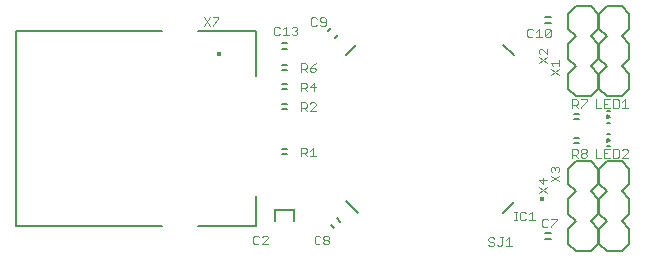
<source format=gbr>
G04 EAGLE Gerber X2 export*
G75*
%MOMM*%
%FSLAX34Y34*%
%LPD*%
%AMOC8*
5,1,8,0,0,1.08239X$1,22.5*%
G01*
%ADD10C,0.127000*%
%ADD11C,0.400000*%
%ADD12C,0.076200*%
%ADD13R,1.540000X0.250000*%


D10*
X153420Y187550D02*
X202950Y187550D01*
X202950Y22450D02*
X153420Y22450D01*
X122940Y187550D02*
X-250Y187550D01*
X-250Y22450D01*
X122940Y22450D01*
X202950Y149450D02*
X202950Y187550D01*
X202950Y47850D02*
X202950Y22450D01*
D11*
X171200Y168500D03*
D12*
X163496Y191881D02*
X158581Y199253D01*
X163496Y199253D02*
X158581Y191881D01*
X166065Y199253D02*
X170980Y199253D01*
X170980Y198025D01*
X166065Y193110D01*
X166065Y191881D01*
D10*
X224804Y83260D02*
X229196Y83260D01*
X229196Y87740D02*
X224804Y87740D01*
D12*
X241031Y88873D02*
X241031Y81501D01*
X241031Y88873D02*
X244717Y88873D01*
X245946Y87645D01*
X245946Y85187D01*
X244717Y83958D01*
X241031Y83958D01*
X243488Y83958D02*
X245946Y81501D01*
X248515Y86416D02*
X250973Y88873D01*
X250973Y81501D01*
X253430Y81501D02*
X248515Y81501D01*
D10*
X229196Y121760D02*
X224804Y121760D01*
X224804Y126240D02*
X229196Y126240D01*
D12*
X241031Y127373D02*
X241031Y120001D01*
X241031Y127373D02*
X244717Y127373D01*
X245946Y126145D01*
X245946Y123687D01*
X244717Y122458D01*
X241031Y122458D01*
X243488Y122458D02*
X245946Y120001D01*
X248515Y120001D02*
X253430Y120001D01*
X248515Y120001D02*
X253430Y124916D01*
X253430Y126145D01*
X252201Y127373D01*
X249744Y127373D01*
X248515Y126145D01*
D10*
X229196Y138260D02*
X224804Y138260D01*
X224804Y142740D02*
X229196Y142740D01*
D12*
X241031Y143873D02*
X241031Y136501D01*
X241031Y143873D02*
X244717Y143873D01*
X245946Y142645D01*
X245946Y140187D01*
X244717Y138958D01*
X241031Y138958D01*
X243488Y138958D02*
X245946Y136501D01*
X252201Y136501D02*
X252201Y143873D01*
X248515Y140187D01*
X253430Y140187D01*
D10*
X229196Y154760D02*
X224804Y154760D01*
X224804Y159240D02*
X229196Y159240D01*
D12*
X241031Y160373D02*
X241031Y153001D01*
X241031Y160373D02*
X244717Y160373D01*
X245946Y159145D01*
X245946Y156687D01*
X244717Y155458D01*
X241031Y155458D01*
X243488Y155458D02*
X245946Y153001D01*
X250973Y159145D02*
X253430Y160373D01*
X250973Y159145D02*
X248515Y156687D01*
X248515Y154230D01*
X249744Y153001D01*
X252201Y153001D01*
X253430Y154230D01*
X253430Y155458D01*
X252201Y156687D01*
X248515Y156687D01*
D10*
X271347Y29041D02*
X274041Y26347D01*
X268653Y20959D02*
X265959Y23653D01*
D12*
X256067Y14326D02*
X257296Y13097D01*
X256067Y14326D02*
X253610Y14326D01*
X252381Y13097D01*
X252381Y8182D01*
X253610Y6953D01*
X256067Y6953D01*
X257296Y8182D01*
X259865Y13097D02*
X261094Y14326D01*
X263551Y14326D01*
X264780Y13097D01*
X264780Y11868D01*
X263551Y10640D01*
X264780Y9411D01*
X264780Y8182D01*
X263551Y6953D01*
X261094Y6953D01*
X259865Y8182D01*
X259865Y9411D01*
X261094Y10640D01*
X259865Y11868D01*
X259865Y13097D01*
X261094Y10640D02*
X263551Y10640D01*
D10*
X269347Y181959D02*
X272041Y184653D01*
X266653Y190041D02*
X263959Y187347D01*
D12*
X254368Y198025D02*
X253139Y199253D01*
X250682Y199253D01*
X249453Y198025D01*
X249453Y193110D01*
X250682Y191881D01*
X253139Y191881D01*
X254368Y193110D01*
X256938Y193110D02*
X258166Y191881D01*
X260624Y191881D01*
X261852Y193110D01*
X261852Y198025D01*
X260624Y199253D01*
X258166Y199253D01*
X256938Y198025D01*
X256938Y196796D01*
X258166Y195567D01*
X261852Y195567D01*
D10*
X493300Y189450D02*
X499650Y183100D01*
X493300Y189450D02*
X493300Y202150D01*
X499650Y208500D01*
X512350Y208500D02*
X518700Y202150D01*
X518700Y189450D01*
X512350Y183100D01*
X493300Y151350D02*
X493300Y138650D01*
X493300Y151350D02*
X499650Y157700D01*
X512350Y157700D02*
X518700Y151350D01*
X499650Y157700D02*
X493300Y164050D01*
X493300Y176750D01*
X499650Y183100D01*
X512350Y183100D02*
X518700Y176750D01*
X518700Y164050D01*
X512350Y157700D01*
X512350Y132300D02*
X499650Y132300D01*
X493300Y138650D01*
X512350Y132300D02*
X518700Y138650D01*
X518700Y151350D01*
X512350Y208500D02*
X499650Y208500D01*
D12*
X459619Y155296D02*
X452247Y150381D01*
X452247Y155296D02*
X459619Y150381D01*
X454704Y157865D02*
X452247Y160323D01*
X459619Y160323D01*
X459619Y162780D02*
X459619Y157865D01*
D10*
X473650Y183100D02*
X467300Y189450D01*
X467300Y202150D01*
X473650Y208500D01*
X486350Y208500D02*
X492700Y202150D01*
X492700Y189450D01*
X486350Y183100D01*
X467300Y151350D02*
X467300Y138650D01*
X467300Y151350D02*
X473650Y157700D01*
X486350Y157700D02*
X492700Y151350D01*
X473650Y157700D02*
X467300Y164050D01*
X467300Y176750D01*
X473650Y183100D01*
X486350Y183100D02*
X492700Y176750D01*
X492700Y164050D01*
X486350Y157700D01*
X486350Y132300D02*
X473650Y132300D01*
X467300Y138650D01*
X486350Y132300D02*
X492700Y138650D01*
X492700Y151350D01*
X486350Y208500D02*
X473650Y208500D01*
D12*
X449619Y165296D02*
X442247Y160381D01*
X442247Y165296D02*
X449619Y160381D01*
X449619Y167865D02*
X449619Y172780D01*
X449619Y167865D02*
X444704Y172780D01*
X443475Y172780D01*
X442247Y171551D01*
X442247Y169094D01*
X443475Y167865D01*
D10*
X493300Y58450D02*
X499650Y52100D01*
X493300Y58450D02*
X493300Y71150D01*
X499650Y77500D01*
X512350Y77500D02*
X518700Y71150D01*
X518700Y58450D01*
X512350Y52100D01*
X493300Y20350D02*
X493300Y7650D01*
X493300Y20350D02*
X499650Y26700D01*
X512350Y26700D02*
X518700Y20350D01*
X499650Y26700D02*
X493300Y33050D01*
X493300Y45750D01*
X499650Y52100D01*
X512350Y52100D02*
X518700Y45750D01*
X518700Y33050D01*
X512350Y26700D01*
X512350Y1300D02*
X499650Y1300D01*
X493300Y7650D01*
X512350Y1300D02*
X518700Y7650D01*
X518700Y20350D01*
X512350Y77500D02*
X499650Y77500D01*
D12*
X459619Y65296D02*
X452247Y60381D01*
X452247Y65296D02*
X459619Y60381D01*
X453475Y67865D02*
X452247Y69094D01*
X452247Y71551D01*
X453475Y72780D01*
X454704Y72780D01*
X455933Y71551D01*
X455933Y70323D01*
X455933Y71551D02*
X457162Y72780D01*
X458390Y72780D01*
X459619Y71551D01*
X459619Y69094D01*
X458390Y67865D01*
D10*
X467300Y58450D02*
X473650Y52100D01*
X467300Y58450D02*
X467300Y71150D01*
X473650Y77500D01*
X486350Y77500D02*
X492700Y71150D01*
X492700Y58450D01*
X486350Y52100D01*
X467300Y20350D02*
X467300Y7650D01*
X467300Y20350D02*
X473650Y26700D01*
X486350Y26700D02*
X492700Y20350D01*
X473650Y26700D02*
X467300Y33050D01*
X467300Y45750D01*
X473650Y52100D01*
X486350Y52100D02*
X492700Y45750D01*
X492700Y33050D01*
X486350Y26700D01*
X486350Y1300D02*
X473650Y1300D01*
X467300Y7650D01*
X486350Y1300D02*
X492700Y7650D01*
X492700Y20350D01*
X486350Y77500D02*
X473650Y77500D01*
D12*
X449619Y55296D02*
X442247Y50381D01*
X442247Y55296D02*
X449619Y50381D01*
X449619Y61551D02*
X442247Y61551D01*
X445933Y57865D01*
X445933Y62780D01*
D10*
X499730Y116270D02*
X502270Y115000D01*
X499730Y116270D02*
X499730Y113730D01*
X502270Y115000D01*
X502270Y120080D02*
X499730Y120080D01*
X499730Y109920D02*
X502270Y109920D01*
D12*
X490381Y122381D02*
X490381Y129753D01*
X490381Y122381D02*
X495296Y122381D01*
X497865Y129753D02*
X502780Y129753D01*
X497865Y129753D02*
X497865Y122381D01*
X502780Y122381D01*
X500323Y126067D02*
X497865Y126067D01*
X505349Y129753D02*
X505349Y122381D01*
X509035Y122381D01*
X510264Y123610D01*
X510264Y128525D01*
X509035Y129753D01*
X505349Y129753D01*
X512833Y127296D02*
X515291Y129753D01*
X515291Y122381D01*
X517748Y122381D02*
X512833Y122381D01*
D10*
X499730Y96270D02*
X502270Y95000D01*
X499730Y96270D02*
X499730Y93730D01*
X502270Y95000D01*
X502270Y100080D02*
X499730Y100080D01*
X499730Y89920D02*
X502270Y89920D01*
D12*
X490381Y87753D02*
X490381Y80381D01*
X495296Y80381D01*
X497865Y87753D02*
X502780Y87753D01*
X497865Y87753D02*
X497865Y80381D01*
X502780Y80381D01*
X500323Y84067D02*
X497865Y84067D01*
X505349Y87753D02*
X505349Y80381D01*
X509035Y80381D01*
X510264Y81610D01*
X510264Y86525D01*
X509035Y87753D01*
X505349Y87753D01*
X512833Y80381D02*
X517748Y80381D01*
X512833Y80381D02*
X517748Y85296D01*
X517748Y86525D01*
X516520Y87753D01*
X514062Y87753D01*
X512833Y86525D01*
D10*
X289040Y33880D02*
X278880Y44040D01*
X278880Y167230D02*
X287770Y176120D01*
X412230Y176120D02*
X421120Y167230D01*
X421120Y42770D02*
X412230Y33880D01*
D11*
X445000Y45000D03*
D12*
X423838Y27381D02*
X421381Y27381D01*
X422610Y27381D02*
X422610Y34753D01*
X423838Y34753D02*
X421381Y34753D01*
X430057Y34753D02*
X431285Y33525D01*
X430057Y34753D02*
X427599Y34753D01*
X426370Y33525D01*
X426370Y28610D01*
X427599Y27381D01*
X430057Y27381D01*
X431285Y28610D01*
X433855Y32296D02*
X436312Y34753D01*
X436312Y27381D01*
X433855Y27381D02*
X438769Y27381D01*
D10*
X235255Y26920D02*
X235255Y37080D01*
X218745Y37080D02*
X218745Y26920D01*
D13*
X227000Y35750D03*
D12*
X205596Y13225D02*
X204367Y14453D01*
X201910Y14453D01*
X200681Y13225D01*
X200681Y8310D01*
X201910Y7081D01*
X204367Y7081D01*
X205596Y8310D01*
X208165Y7081D02*
X213080Y7081D01*
X208165Y7081D02*
X213080Y11996D01*
X213080Y13225D01*
X211851Y14453D01*
X209394Y14453D01*
X208165Y13225D01*
D10*
X471804Y117240D02*
X476196Y117240D01*
X476196Y112760D02*
X471804Y112760D01*
D12*
X470381Y122381D02*
X470381Y129753D01*
X474067Y129753D01*
X475296Y128525D01*
X475296Y126067D01*
X474067Y124838D01*
X470381Y124838D01*
X472838Y124838D02*
X475296Y122381D01*
X477865Y129753D02*
X482780Y129753D01*
X482780Y128525D01*
X477865Y123610D01*
X477865Y122381D01*
D10*
X476196Y97240D02*
X471804Y97240D01*
X471804Y92760D02*
X476196Y92760D01*
D12*
X470381Y87753D02*
X470381Y80381D01*
X470381Y87753D02*
X474067Y87753D01*
X475296Y86525D01*
X475296Y84067D01*
X474067Y82838D01*
X470381Y82838D01*
X472838Y82838D02*
X475296Y80381D01*
X477865Y86525D02*
X479094Y87753D01*
X481551Y87753D01*
X482780Y86525D01*
X482780Y85296D01*
X481551Y84067D01*
X482780Y82838D01*
X482780Y81610D01*
X481551Y80381D01*
X479094Y80381D01*
X477865Y81610D01*
X477865Y82838D01*
X479094Y84067D01*
X477865Y85296D01*
X477865Y86525D01*
X479094Y84067D02*
X481551Y84067D01*
D10*
X452196Y16240D02*
X447804Y16240D01*
X447804Y11760D02*
X452196Y11760D01*
D12*
X450296Y27525D02*
X449067Y28753D01*
X446610Y28753D01*
X445381Y27525D01*
X445381Y22610D01*
X446610Y21381D01*
X449067Y21381D01*
X450296Y22610D01*
X452865Y28753D02*
X457780Y28753D01*
X457780Y27525D01*
X452865Y22610D01*
X452865Y21381D01*
D10*
X452196Y199240D02*
X447804Y199240D01*
X447804Y194760D02*
X452196Y194760D01*
D12*
X437343Y188397D02*
X436115Y189625D01*
X433657Y189625D01*
X432429Y188397D01*
X432429Y183482D01*
X433657Y182253D01*
X436115Y182253D01*
X437343Y183482D01*
X439913Y187168D02*
X442370Y189625D01*
X442370Y182253D01*
X439913Y182253D02*
X444828Y182253D01*
X447397Y183482D02*
X447397Y188397D01*
X448626Y189625D01*
X451083Y189625D01*
X452312Y188397D01*
X452312Y183482D01*
X451083Y182253D01*
X448626Y182253D01*
X447397Y183482D01*
X452312Y188397D01*
D10*
X229196Y172760D02*
X224804Y172760D01*
X224804Y177240D02*
X229196Y177240D01*
D12*
X222946Y190145D02*
X221717Y191373D01*
X219260Y191373D01*
X218031Y190145D01*
X218031Y185230D01*
X219260Y184001D01*
X221717Y184001D01*
X222946Y185230D01*
X225515Y188916D02*
X227973Y191373D01*
X227973Y184001D01*
X230430Y184001D02*
X225515Y184001D01*
X232999Y190145D02*
X234228Y191373D01*
X236685Y191373D01*
X237914Y190145D01*
X237914Y188916D01*
X236685Y187687D01*
X235457Y187687D01*
X236685Y187687D02*
X237914Y186458D01*
X237914Y185230D01*
X236685Y184001D01*
X234228Y184001D01*
X232999Y185230D01*
X403367Y12953D02*
X404596Y11725D01*
X403367Y12953D02*
X400910Y12953D01*
X399681Y11725D01*
X399681Y10496D01*
X400910Y9267D01*
X403367Y9267D01*
X404596Y8038D01*
X404596Y6810D01*
X403367Y5581D01*
X400910Y5581D01*
X399681Y6810D01*
X407165Y6810D02*
X408394Y5581D01*
X409623Y5581D01*
X410851Y6810D01*
X410851Y12953D01*
X409623Y12953D02*
X412080Y12953D01*
X414649Y10496D02*
X417107Y12953D01*
X417107Y5581D01*
X419564Y5581D02*
X414649Y5581D01*
M02*

</source>
